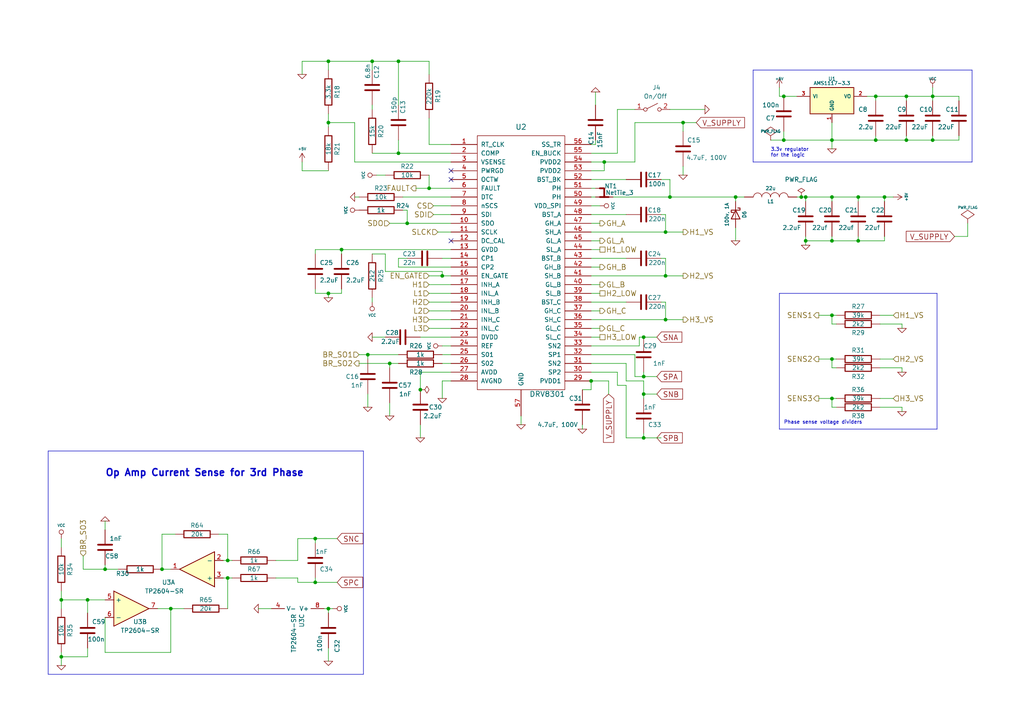
<source format=kicad_sch>
(kicad_sch (version 20230121) (generator eeschema)
  (paper "A4")
  (title_block (title "Cheap FOCer 2") (date "2020-04-08") (rev "0.9") (company "Shaman Systems") (comment 1 "Root") (comment 4 "Top level"))
  (junction (at 233.68 69.85))
  (junction (at 91.44 168.91))
  (junction (at 30.48 165.1))
  (junction (at 17.78 190.5))
  (junction (at 194.31 57.15))
  (junction (at 241.3 40.64))
  (junction (at 95.25 176.53))
  (junction (at 175.26 46.99))
  (junction (at 233.68 57.15))
  (junction (at 66.04 162.56))
  (junction (at 91.44 156.21))
  (junction (at 124.46 54.61))
  (junction (at 186.69 127))
  (junction (at 227.33 27.94))
  (junction (at 198.12 35.56))
  (junction (at 115.57 44.45))
  (junction (at 241.3 57.15))
  (junction (at 128.27 80.01))
  (junction (at 17.78 173.99))
  (junction (at 95.25 17.78))
  (junction (at 99.06 72.39))
  (junction (at 270.51 27.94))
  (junction (at 241.3 69.85))
  (junction (at 46.99 165.1))
  (junction (at 193.04 92.71))
  (junction (at 66.04 167.64))
  (junction (at 262.89 40.64))
  (junction (at 186.69 97.79))
  (junction (at 227.33 40.64))
  (junction (at 193.04 80.01))
  (junction (at 213.36 57.15))
  (junction (at 49.53 176.53))
  (junction (at 232.41 57.15))
  (junction (at 241.3 91.44))
  (junction (at 25.4 173.99))
  (junction (at 113.03 105.41))
  (junction (at 241.3 104.14))
  (junction (at 118.11 64.77))
  (junction (at 95.25 35.56))
  (junction (at 121.92 113.03))
  (junction (at 106.68 102.87))
  (junction (at 107.95 17.78))
  (junction (at 186.69 114.3))
  (junction (at 193.04 67.31))
  (junction (at 248.92 69.85))
  (junction (at 95.25 85.09))
  (junction (at 270.51 40.64))
  (junction (at 254 27.94))
  (junction (at 171.45 110.49))
  (junction (at 248.92 57.15))
  (junction (at 262.89 27.94))
  (junction (at 115.57 17.78))
  (junction (at 186.69 109.22))
  (junction (at 254 40.64))
  (junction (at 241.3 115.57))
  (junction (at 256.54 57.15))
  (no_connect (at 130.81 52.07))
  (no_connect (at 130.81 49.53))
  (no_connect (at 130.81 69.85))
  (wire (pts (xy 181.61 62.23) (xy 171.45 62.23)))
  (wire (pts (xy 193.04 62.23) (xy 191.77 62.23)))
  (wire (pts (xy 186.69 97.79) (xy 190.5 97.79)))
  (wire (pts (xy 171.45 41.91) (xy 172.72 41.91)))
  (wire (pts (xy 49.53 189.23) (xy 49.53 176.53)))
  (wire (pts (xy 95.25 176.53) (xy 93.98 176.53)))
  (wire (pts (xy 226.06 27.94) (xy 226.06 25.4)))
  (wire (pts (xy 248.92 58.42) (xy 248.92 57.15)))
  (wire (pts (xy 233.68 69.85) (xy 241.3 69.85)))
  (wire (pts (xy 171.45 110.49) (xy 176.53 110.49)))
  (wire (pts (xy 261.62 93.98) (xy 261.62 95.25)))
  (wire (pts (xy 254 40.64) (xy 262.89 40.64)))
  (wire (pts (xy 25.4 173.99) (xy 30.48 173.99)))
  (wire (pts (xy 74.93 176.53) (xy 78.74 176.53)))
  (wire (pts (xy 270.51 27.94) (xy 278.13 27.94)))
  (wire (pts (xy 102.87 46.99) (xy 102.87 35.56)))
  (wire (pts (xy 128.27 74.93) (xy 130.81 74.93)))
  (wire (pts (xy 30.48 163.83) (xy 30.48 165.1)))
  (wire (pts (xy 186.69 127) (xy 191.77 127)))
  (wire (pts (xy 256.54 58.42) (xy 256.54 57.15)))
  (wire (pts (xy 280.67 68.58) (xy 276.86 68.58)))
  (wire (pts (xy 251.46 27.94) (xy 254 27.94)))
  (wire (pts (xy 186.69 109.22) (xy 190.5 109.22)))
  (wire (pts (xy 86.36 168.91) (xy 86.36 167.64)))
  (wire (pts (xy 193.04 87.63) (xy 193.04 92.71)))
  (wire (pts (xy 104.14 57.15) (xy 102.87 57.15)))
  (wire (pts (xy 171.45 46.99) (xy 175.26 46.99)))
  (wire (pts (xy 124.46 21.59) (xy 124.46 17.78)))
  (wire (pts (xy 25.4 187.96) (xy 25.4 190.5)))
  (wire (pts (xy 172.72 54.61) (xy 171.45 54.61)))
  (wire (pts (xy 116.84 60.96) (xy 118.11 60.96)))
  (wire (pts (xy 179.07 111.76) (xy 179.07 107.95)))
  (wire (pts (xy 87.63 17.78) (xy 87.63 21.59)))
  (wire (pts (xy 194.31 57.15) (xy 213.36 57.15)))
  (polyline (pts (xy 271.78 85.09) (xy 226.06 85.09)))
  (wire (pts (xy 171.45 113.03) (xy 168.91 113.03)))
  (wire (pts (xy 128.27 110.49) (xy 130.81 110.49)))
  (wire (pts (xy 63.5 154.94) (xy 66.04 154.94)))
  (polyline (pts (xy 226.06 124.46) (xy 271.78 124.46)))
  (wire (pts (xy 241.3 91.44) (xy 242.57 91.44)))
  (wire (pts (xy 278.13 40.64) (xy 270.51 40.64)))
  (wire (pts (xy 173.99 90.17) (xy 171.45 90.17)))
  (wire (pts (xy 193.04 80.01) (xy 198.12 80.01)))
  (wire (pts (xy 241.3 58.42) (xy 241.3 57.15)))
  (wire (pts (xy 66.04 167.64) (xy 67.31 167.64)))
  (wire (pts (xy 241.3 35.56) (xy 241.3 40.64)))
  (polyline (pts (xy 281.94 20.32) (xy 218.44 20.32)))
  (wire (pts (xy 255.27 104.14) (xy 259.08 104.14)))
  (wire (pts (xy 185.42 97.79) (xy 185.42 100.33)))
  (wire (pts (xy 171.45 100.33) (xy 185.42 100.33)))
  (wire (pts (xy 179.07 31.75) (xy 184.15 31.75)))
  (wire (pts (xy 186.69 125.73) (xy 186.69 127)))
  (wire (pts (xy 124.46 54.61) (xy 120.65 54.61)))
  (wire (pts (xy 193.04 92.71) (xy 198.12 92.71)))
  (wire (pts (xy 261.62 106.68) (xy 261.62 107.95)))
  (wire (pts (xy 95.25 20.32) (xy 95.25 17.78)))
  (wire (pts (xy 262.89 40.64) (xy 270.51 40.64)))
  (wire (pts (xy 255.27 91.44) (xy 259.08 91.44)))
  (wire (pts (xy 115.57 40.64) (xy 115.57 44.45)))
  (wire (pts (xy 91.44 85.09) (xy 91.44 83.82)))
  (wire (pts (xy 95.25 85.09) (xy 95.25 86.36)))
  (wire (pts (xy 213.36 57.15) (xy 215.9 57.15)))
  (wire (pts (xy 241.3 40.64) (xy 241.3 43.18)))
  (wire (pts (xy 241.3 106.68) (xy 242.57 106.68)))
  (wire (pts (xy 95.25 85.09) (xy 91.44 85.09)))
  (wire (pts (xy 86.36 156.21) (xy 91.44 156.21)))
  (wire (pts (xy 248.92 57.15) (xy 256.54 57.15)))
  (polyline (pts (xy 281.94 46.99) (xy 281.94 20.32)))
  (wire (pts (xy 241.3 40.64) (xy 254 40.64)))
  (wire (pts (xy 255.27 106.68) (xy 261.62 106.68)))
  (wire (pts (xy 124.46 87.63) (xy 130.81 87.63)))
  (wire (pts (xy 186.69 114.3) (xy 190.5 114.3)))
  (wire (pts (xy 241.3 57.15) (xy 248.92 57.15)))
  (wire (pts (xy 176.53 110.49) (xy 176.53 114.3)))
  (wire (pts (xy 128.27 110.49) (xy 128.27 115.57)))
  (wire (pts (xy 171.45 102.87) (xy 184.15 102.87)))
  (wire (pts (xy 49.53 165.1) (xy 46.99 165.1)))
  (wire (pts (xy 106.68 102.87) (xy 115.57 102.87)))
  (wire (pts (xy 171.45 52.07) (xy 181.61 52.07)))
  (wire (pts (xy 172.72 26.67) (xy 172.72 30.48)))
  (wire (pts (xy 109.22 50.8) (xy 111.76 50.8)))
  (wire (pts (xy 95.25 191.77) (xy 95.25 187.96)))
  (wire (pts (xy 124.46 82.55) (xy 130.81 82.55)))
  (wire (pts (xy 255.27 118.11) (xy 261.62 118.11)))
  (wire (pts (xy 168.91 123.19) (xy 168.91 124.46)))
  (wire (pts (xy 280.67 64.77) (xy 280.67 68.58)))
  (wire (pts (xy 198.12 48.26) (xy 198.12 50.8)))
  (wire (pts (xy 232.41 57.15) (xy 233.68 57.15)))
  (wire (pts (xy 115.57 30.48) (xy 115.57 17.78)))
  (wire (pts (xy 184.15 35.56) (xy 198.12 35.56)))
  (wire (pts (xy 278.13 39.37) (xy 278.13 40.64)))
  (wire (pts (xy 241.3 104.14) (xy 242.57 104.14)))
  (wire (pts (xy 179.07 44.45) (xy 171.45 44.45)))
  (wire (pts (xy 130.81 85.09) (xy 124.46 85.09)))
  (wire (pts (xy 17.78 173.99) (xy 17.78 176.53)))
  (polyline (pts (xy 271.78 124.46) (xy 271.78 85.09)))
  (wire (pts (xy 227.33 27.94) (xy 231.14 27.94)))
  (wire (pts (xy 173.99 95.25) (xy 171.45 95.25)))
  (polyline (pts (xy 105.41 130.81) (xy 105.41 195.58)))
  (wire (pts (xy 186.69 110.49) (xy 186.69 114.3)))
  (wire (pts (xy 270.51 27.94) (xy 270.51 29.21)))
  (wire (pts (xy 17.78 173.99) (xy 25.4 173.99)))
  (wire (pts (xy 151.13 120.65) (xy 151.13 123.19)))
  (wire (pts (xy 171.45 72.39) (xy 173.99 72.39)))
  (wire (pts (xy 181.61 111.76) (xy 179.07 111.76)))
  (wire (pts (xy 118.11 74.93) (xy 115.57 74.93)))
  (wire (pts (xy 181.61 105.41) (xy 181.61 110.49)))
  (wire (pts (xy 172.72 41.91) (xy 172.72 40.64)))
  (wire (pts (xy 111.76 97.79) (xy 107.95 97.79)))
  (wire (pts (xy 24.13 165.1) (xy 30.48 165.1)))
  (wire (pts (xy 193.04 62.23) (xy 193.04 67.31)))
  (wire (pts (xy 171.45 87.63) (xy 181.61 87.63)))
  (wire (pts (xy 30.48 189.23) (xy 49.53 189.23)))
  (wire (pts (xy 181.61 110.49) (xy 186.69 110.49)))
  (wire (pts (xy 124.46 17.78) (xy 115.57 17.78)))
  (wire (pts (xy 113.03 105.41) (xy 115.57 105.41)))
  (wire (pts (xy 91.44 157.48) (xy 91.44 156.21)))
  (wire (pts (xy 124.46 92.71) (xy 130.81 92.71)))
  (wire (pts (xy 130.81 46.99) (xy 102.87 46.99)))
  (wire (pts (xy 104.14 105.41) (xy 113.03 105.41)))
  (wire (pts (xy 261.62 118.11) (xy 261.62 119.38)))
  (wire (pts (xy 121.92 127) (xy 121.92 123.19)))
  (wire (pts (xy 30.48 151.13) (xy 30.48 153.67)))
  (polyline (pts (xy 218.44 20.32) (xy 218.44 46.99)))
  (wire (pts (xy 118.11 64.77) (xy 113.03 64.77)))
  (wire (pts (xy 256.54 69.85) (xy 248.92 69.85)))
  (wire (pts (xy 130.81 90.17) (xy 124.46 90.17)))
  (wire (pts (xy 241.3 118.11) (xy 241.3 115.57)))
  (wire (pts (xy 107.95 73.66) (xy 111.76 73.66)))
  (wire (pts (xy 49.53 176.53) (xy 45.72 176.53)))
  (wire (pts (xy 179.07 31.75) (xy 179.07 44.45)))
  (wire (pts (xy 237.49 104.14) (xy 241.3 104.14)))
  (wire (pts (xy 171.45 57.15) (xy 172.72 57.15)))
  (wire (pts (xy 194.31 52.07) (xy 194.31 57.15)))
  (wire (pts (xy 121.92 97.79) (xy 130.81 97.79)))
  (wire (pts (xy 30.48 179.07) (xy 30.48 189.23)))
  (wire (pts (xy 254 27.94) (xy 254 29.21)))
  (polyline (pts (xy 218.44 46.99) (xy 281.94 46.99)))
  (wire (pts (xy 198.12 35.56) (xy 201.93 35.56)))
  (wire (pts (xy 241.3 115.57) (xy 242.57 115.57)))
  (wire (pts (xy 177.8 57.15) (xy 194.31 57.15)))
  (wire (pts (xy 173.99 77.47) (xy 171.45 77.47)))
  (wire (pts (xy 91.44 73.66) (xy 91.44 72.39)))
  (polyline (pts (xy 13.97 195.58) (xy 13.97 130.81)))
  (wire (pts (xy 25.4 177.8) (xy 25.4 173.99)))
  (wire (pts (xy 125.73 59.69) (xy 130.81 59.69)))
  (wire (pts (xy 270.51 40.64) (xy 270.51 39.37)))
  (wire (pts (xy 255.27 115.57) (xy 259.08 115.57)))
  (wire (pts (xy 91.44 156.21) (xy 97.79 156.21)))
  (wire (pts (xy 17.78 171.45) (xy 17.78 173.99)))
  (wire (pts (xy 124.46 95.25) (xy 130.81 95.25)))
  (wire (pts (xy 242.57 118.11) (xy 241.3 118.11)))
  (wire (pts (xy 99.06 73.66) (xy 99.06 72.39)))
  (wire (pts (xy 95.25 33.02) (xy 95.25 35.56)))
  (wire (pts (xy 95.25 17.78) (xy 87.63 17.78)))
  (wire (pts (xy 231.14 57.15) (xy 232.41 57.15)))
  (wire (pts (xy 107.95 31.75) (xy 107.95 30.48)))
  (wire (pts (xy 125.73 62.23) (xy 130.81 62.23)))
  (wire (pts (xy 121.92 107.95) (xy 130.81 107.95)))
  (wire (pts (xy 128.27 102.87) (xy 130.81 102.87)))
  (wire (pts (xy 193.04 67.31) (xy 198.12 67.31)))
  (wire (pts (xy 186.69 109.22) (xy 184.15 109.22)))
  (wire (pts (xy 87.63 49.53) (xy 87.63 46.99)))
  (wire (pts (xy 171.45 107.95) (xy 179.07 107.95)))
  (wire (pts (xy 91.44 168.91) (xy 97.79 168.91)))
  (wire (pts (xy 173.99 59.69) (xy 171.45 59.69)))
  (wire (pts (xy 24.13 161.29) (xy 24.13 165.1)))
  (wire (pts (xy 227.33 40.64) (xy 241.3 40.64)))
  (wire (pts (xy 256.54 57.15) (xy 259.08 57.15)))
  (wire (pts (xy 50.8 154.94) (xy 46.99 154.94)))
  (wire (pts (xy 173.99 69.85) (xy 171.45 69.85)))
  (wire (pts (xy 181.61 127) (xy 181.61 111.76)))
  (wire (pts (xy 124.46 41.91) (xy 130.81 41.91)))
  (wire (pts (xy 184.15 46.99) (xy 175.26 46.99)))
  (wire (pts (xy 107.95 44.45) (xy 115.57 44.45)))
  (wire (pts (xy 184.15 35.56) (xy 184.15 46.99)))
  (wire (pts (xy 185.42 97.79) (xy 186.69 97.79)))
  (wire (pts (xy 124.46 41.91) (xy 124.46 34.29)))
  (wire (pts (xy 128.27 78.74) (xy 128.27 80.01)))
  (wire (pts (xy 193.04 74.93) (xy 191.77 74.93)))
  (wire (pts (xy 25.4 190.5) (xy 17.78 190.5)))
  (wire (pts (xy 241.3 93.98) (xy 241.3 91.44)))
  (wire (pts (xy 194.31 31.75) (xy 204.47 31.75)))
  (wire (pts (xy 46.99 154.94) (xy 46.99 165.1)))
  (wire (pts (xy 270.51 25.4) (xy 270.51 27.94)))
  (wire (pts (xy 99.06 85.09) (xy 95.25 85.09)))
  (wire (pts (xy 96.52 176.53) (xy 95.25 176.53)))
  (wire (pts (xy 30.48 165.1) (xy 34.29 165.1)))
  (wire (pts (xy 171.45 80.01) (xy 193.04 80.01)))
  (wire (pts (xy 111.76 73.66) (xy 111.76 78.74)))
  (wire (pts (xy 128.27 100.33) (xy 130.81 100.33)))
  (wire (pts (xy 128.27 80.01) (xy 130.81 80.01)))
  (wire (pts (xy 127 67.31) (xy 130.81 67.31)))
  (wire (pts (xy 237.49 115.57) (xy 241.3 115.57)))
  (wire (pts (xy 171.45 67.31) (xy 193.04 67.31)))
  (wire (pts (xy 255.27 93.98) (xy 261.62 93.98)))
  (wire (pts (xy 186.69 107.95) (xy 186.69 109.22)))
  (wire (pts (xy 193.04 74.93) (xy 193.04 80.01)))
  (wire (pts (xy 262.89 39.37) (xy 262.89 40.64)))
  (wire (pts (xy 130.81 64.77) (xy 118.11 64.77)))
  (wire (pts (xy 171.45 113.03) (xy 171.45 110.49)))
  (wire (pts (xy 233.68 69.85) (xy 233.68 68.58)))
  (wire (pts (xy 254 40.64) (xy 254 39.37)))
  (wire (pts (xy 106.68 118.11) (xy 106.68 114.3)))
  (wire (pts (xy 80.01 167.64) (xy 86.36 167.64)))
  (wire (pts (xy 66.04 162.56) (xy 64.77 162.56)))
  (wire (pts (xy 99.06 72.39) (xy 130.81 72.39)))
  (wire (pts (xy 106.68 104.14) (xy 106.68 102.87)))
  (wire (pts (xy 181.61 74.93) (xy 171.45 74.93)))
  (wire (pts (xy 113.03 106.68) (xy 113.03 105.41)))
  (wire (pts (xy 53.34 176.53) (xy 49.53 176.53)))
  (wire (pts (xy 115.57 77.47) (xy 130.81 77.47)))
  (wire (pts (xy 213.36 66.04) (xy 213.36 69.85)))
  (wire (pts (xy 233.68 57.15) (xy 233.68 58.42)))
  (wire (pts (xy 17.78 193.04) (xy 17.78 190.5)))
  (wire (pts (xy 227.33 38.1) (xy 227.33 40.64)))
  (wire (pts (xy 124.46 50.8) (xy 124.46 54.61)))
  (wire (pts (xy 116.84 57.15) (xy 130.81 57.15)))
  (wire (pts (xy 233.68 71.12) (xy 233.68 69.85)))
  (wire (pts (xy 104.14 102.87) (xy 106.68 102.87)))
  (wire (pts (xy 186.69 127) (xy 181.61 127)))
  (wire (pts (xy 66.04 154.94) (xy 66.04 162.56)))
  (wire (pts (xy 107.95 20.32) (xy 107.95 17.78)))
  (wire (pts (xy 128.27 105.41) (xy 130.81 105.41)))
  (wire (pts (xy 99.06 83.82) (xy 99.06 85.09)))
  (wire (pts (xy 262.89 27.94) (xy 262.89 29.21)))
  (wire (pts (xy 173.99 82.55) (xy 171.45 82.55)))
  (wire (pts (xy 17.78 190.5) (xy 17.78 189.23)))
  (wire (pts (xy 86.36 156.21) (xy 86.36 162.56)))
  (wire (pts (xy 91.44 167.64) (xy 91.44 168.91)))
  (polyline (pts (xy 13.97 130.81) (xy 105.41 130.81)))
  (wire (pts (xy 256.54 68.58) (xy 256.54 69.85)))
  (wire (pts (xy 95.25 177.8) (xy 95.25 176.53)))
  (wire (pts (xy 115.57 44.45) (xy 130.81 44.45)))
  (wire (pts (xy 121.92 107.95) (xy 121.92 113.03)))
  (wire (pts (xy 186.69 115.57) (xy 186.69 114.3)))
  (wire (pts (xy 107.95 17.78) (xy 95.25 17.78)))
  (wire (pts (xy 213.36 58.42) (xy 213.36 57.15)))
  (wire (pts (xy 242.57 93.98) (xy 241.3 93.98)))
  (wire (pts (xy 102.87 35.56) (xy 95.25 35.56)))
  (wire (pts (xy 262.89 27.94) (xy 270.51 27.94)))
  (wire (pts (xy 115.57 17.78) (xy 107.95 17.78)))
  (wire (pts (xy 226.06 27.94) (xy 227.33 27.94)))
  (wire (pts (xy 111.76 78.74) (xy 128.27 78.74)))
  (wire (pts (xy 241.3 68.58) (xy 241.3 69.85)))
  (wire (pts (xy 17.78 156.21) (xy 17.78 158.75)))
  (wire (pts (xy 118.11 60.96) (xy 118.11 64.77)))
  (polyline (pts (xy 13.97 195.58) (xy 105.41 195.58)))
  (wire (pts (xy 184.15 102.87) (xy 184.15 109.22)))
  (wire (pts (xy 64.77 167.64) (xy 66.04 167.64)))
  (wire (pts (xy 193.04 87.63) (xy 191.77 87.63)))
  (wire (pts (xy 175.26 49.53) (xy 171.45 49.53)))
  (wire (pts (xy 278.13 27.94) (xy 278.13 29.21)))
  (wire (pts (xy 175.26 46.99) (xy 175.26 49.53)))
  (wire (pts (xy 95.25 49.53) (xy 87.63 49.53)))
  (wire (pts (xy 91.44 168.91) (xy 86.36 168.91)))
  (wire (pts (xy 171.45 97.79) (xy 173.99 97.79)))
  (wire (pts (xy 171.45 92.71) (xy 193.04 92.71)))
  (wire (pts (xy 80.01 162.56) (xy 86.36 162.56)))
  (wire (pts (xy 91.44 72.39) (xy 99.06 72.39)))
  (wire (pts (xy 124.46 80.01) (xy 128.27 80.01)))
  (wire (pts (xy 254 27.94) (xy 262.89 27.94)))
  (wire (pts (xy 241.3 104.14) (xy 241.3 106.68)))
  (wire (pts (xy 107.95 87.63) (xy 107.95 86.36)))
  (wire (pts (xy 113.03 120.65) (xy 113.03 116.84)))
  (wire (pts (xy 198.12 38.1) (xy 198.12 35.56)))
  (wire (pts (xy 173.99 64.77) (xy 171.45 64.77)))
  (wire (pts (xy 191.77 52.07) (xy 194.31 52.07)))
  (wire (pts (xy 95.25 35.56) (xy 95.25 36.83)))
  (wire (pts (xy 66.04 176.53) (xy 66.04 167.64)))
  (wire (pts (xy 173.99 85.09) (xy 171.45 85.09)))
  (wire (pts (xy 248.92 69.85) (xy 248.92 68.58)))
  (wire (pts (xy 171.45 105.41) (xy 181.61 105.41)))
  (wire (pts (xy 124.46 54.61) (xy 130.81 54.61)))
  (wire (pts (xy 223.52 40.64) (xy 227.33 40.64)))
  (wire (pts (xy 115.57 74.93) (xy 115.57 77.47)))
  (wire (pts (xy 233.68 57.15) (xy 241.3 57.15)))
  (polyline (pts (xy 226.06 85.09) (xy 226.06 124.46)))
  (wire (pts (xy 237.49 91.44) (xy 241.3 91.44)))
  (wire (pts (xy 67.31 162.56) (xy 66.04 162.56)))
  (wire (pts (xy 241.3 69.85) (xy 248.92 69.85)))
  (text "Phase sense voltage dividers" (at 227.33 123.19 0) (effects (font (size 1.016 1.016)) (justify left bottom)))
  (text "3.3v regulator\nfor the logic" (at 223.52 45.72 0) (effects (font (size 1.016 1.016)) (justify left bottom)))
  (text "Op Amp Current Sense for 3rd Phase" (at 30.48 138.43 0) (effects (font (size 2.0066 2.0066) (thickness 0.4013) bold) (justify left bottom)))
  (global_label "V_SUPPLY" (shape input) (at 176.53 114.3 270) (effects (font (size 1.524 1.524))) (property "Intersheetrefs" "${INTERSHEET_REFS}" (effects hide)))
  (global_label "SPC" (shape input) (at 97.79 168.91 0) (effects (font (size 1.524 1.524))) (property "Intersheetrefs" "${INTERSHEET_REFS}" (effects hide)))
  (global_label "V_SUPPLY" (shape input) (at 201.93 35.56 0) (effects (font (size 1.524 1.524))) (property "Intersheetrefs" "${INTERSHEET_REFS}" (effects hide)))
  (global_label "SPB" (shape input) (at 190.5 127 0) (effects (font (size 1.524 1.524))) (property "Intersheetrefs" "${INTERSHEET_REFS}" (effects hide)))
  (global_label "SPA" (shape input) (at 190.5 109.22 0) (effects (font (size 1.524 1.524))) (property "Intersheetrefs" "${INTERSHEET_REFS}" (effects hide)))
  (global_label "SNC" (shape input) (at 97.79 156.21 0) (effects (font (size 1.524 1.524))) (property "Intersheetrefs" "${INTERSHEET_REFS}" (effects hide)))
  (global_label "V_SUPPLY" (shape input) (at 276.86 68.58 180) (effects (font (size 1.524 1.524))) (property "Intersheetrefs" "${INTERSHEET_REFS}" (effects hide)))
  (global_label "SNB" (shape input) (at 190.5 114.3 0) (effects (font (size 1.524 1.524))) (property "Intersheetrefs" "${INTERSHEET_REFS}" (effects hide)))
  (global_label "SNA" (shape input) (at 190.5 97.79 0) (effects (font (size 1.524 1.524))) (property "Intersheetrefs" "${INTERSHEET_REFS}" (effects hide)))
  (hierarchical_label "SENS3" (shape output) (at 237.49 115.57 180) (effects (font (size 1.524 1.524))))
  (hierarchical_label "L1" (shape input) (at 124.46 85.09 180) (effects (font (size 1.524 1.524))))
  (hierarchical_label "H1_VS" (shape output) (at 198.12 67.31 0) (effects (font (size 1.524 1.524))))
  (hierarchical_label "H2_VS" (shape input) (at 259.08 104.14 0) (effects (font (size 1.524 1.524))))
  (hierarchical_label "BR_SO1" (shape input) (at 104.14 102.87 180) (effects (font (size 1.524 1.524))))
  (hierarchical_label "H1_LOW" (shape passive) (at 173.99 72.39 0) (effects (font (size 1.524 1.524))))
  (hierarchical_label "BR_SO2" (shape output) (at 104.14 105.41 180) (effects (font (size 1.524 1.524))))
  (hierarchical_label "H1" (shape input) (at 124.46 82.55 180) (effects (font (size 1.524 1.524))))
  (hierarchical_label "GL_C" (shape output) (at 173.99 95.25 0) (effects (font (size 1.524 1.524))))
  (hierarchical_label "L3" (shape input) (at 124.46 95.25 180) (effects (font (size 1.524 1.524))))
  (hierarchical_label "H2_VS" (shape output) (at 198.12 80.01 0) (effects (font (size 1.524 1.524))))
  (hierarchical_label "SDI" (shape input) (at 125.73 62.23 180) (effects (font (size 1.524 1.524))))
  (hierarchical_label "FAULT" (shape output) (at 120.65 54.61 180) (effects (font (size 1.524 1.524))))
  (hierarchical_label "L2" (shape input) (at 124.46 90.17 180) (effects (font (size 1.524 1.524))))
  (hierarchical_label "EN_GATE" (shape input) (at 124.46 80.01 180) (effects (font (size 1.524 1.524))))
  (hierarchical_label "GH_C" (shape output) (at 173.99 90.17 0) (effects (font (size 1.524 1.524))))
  (hierarchical_label "GH_A" (shape output) (at 173.99 64.77 0) (effects (font (size 1.524 1.524))))
  (hierarchical_label "H2_LOW" (shape passive) (at 173.99 85.09 0) (effects (font (size 1.524 1.524))))
  (hierarchical_label "H3_VS" (shape output) (at 198.12 92.71 0) (effects (font (size 1.524 1.524))))
  (hierarchical_label "GH_B" (shape output) (at 173.99 77.47 0) (effects (font (size 1.524 1.524))))
  (hierarchical_label "H1_VS" (shape input) (at 259.08 91.44 0) (effects (font (size 1.524 1.524))))
  (hierarchical_label "H3" (shape input) (at 124.46 92.71 180) (effects (font (size 1.524 1.524))))
  (hierarchical_label "H3_VS" (shape input) (at 259.08 115.57 0) (effects (font (size 1.524 1.524))))
  (hierarchical_label "GL_B" (shape output) (at 173.99 82.55 0) (effects (font (size 1.524 1.524))))
  (hierarchical_label "SLCK" (shape input) (at 127 67.31 180) (effects (font (size 1.524 1.524))))
  (hierarchical_label "GL_A" (shape output) (at 173.99 69.85 0) (effects (font (size 1.524 1.524))))
  (hierarchical_label "SENS2" (shape output) (at 237.49 104.14 180) (effects (font (size 1.524 1.524))))
  (hierarchical_label "BR_SO3" (shape input) (at 24.13 161.29 90) (effects (font (size 1.524 1.524))))
  (hierarchical_label "H3_LOW" (shape passive) (at 173.99 97.79 0) (effects (font (size 1.524 1.524))))
  (hierarchical_label "SENS1" (shape output) (at 237.49 91.44 180) (effects (font (size 1.524 1.524))))
  (hierarchical_label "SDO" (shape input) (at 113.03 64.77 180) (effects (font (size 1.524 1.524))))
  (hierarchical_label "H2" (shape input) (at 124.46 87.63 180) (effects (font (size 1.524 1.524))))
  (hierarchical_label "CS" (shape input) (at 125.73 59.69 180) (effects (font (size 1.524 1.524))))
  (symbol (lib_id "BLDC_4-rescue:R-RESCUE-BLDC_4") (at 248.92 91.44 270) (unit 1)
    (property "Reference" "R27" (at 248.92 88.9 90))
    (property "Value" "39k" (at 248.92 91.44 90))
    (property "Footprint" "Resistor_SMD:R_0603_1608Metric" (effects hide))
  )
  (symbol (lib_id "BLDC_4-rescue:R-RESCUE-BLDC_4") (at 248.92 93.98 270) (unit 1)
    (property "Reference" "R29" (at 248.92 96.52 90))
    (property "Value" "2k2" (at 248.92 93.98 90))
    (property "Footprint" "Resistor_SMD:R_0603_1608Metric" (effects hide))
  )
  (symbol (lib_id "BLDC_4-rescue:GND-RESCUE-BLDC_4") (at 261.62 95.25 0) (unit 1)
    (property "Reference" "#PWR044" (effects hide))
    (property "Value" "GND" (effects hide))
  )
  (symbol (lib_id "BLDC_4-rescue:GND-RESCUE-BLDC_4") (at 261.62 107.95 0) (unit 1)
    (property "Reference" "#PWR048" (effects hide))
    (property "Value" "GND" (effects hide))
  )
  (symbol (lib_id "BLDC_4-rescue:R-RESCUE-BLDC_4") (at 248.92 106.68 270) (unit 1)
    (property "Reference" "R32" (at 248.92 109.22 90))
    (property "Value" "2k2" (at 248.92 106.68 90))
    (property "Footprint" "Resistor_SMD:R_0603_1608Metric" (effects hide))
  )
  (symbol (lib_id "BLDC_4-rescue:R-RESCUE-BLDC_4") (at 248.92 118.11 270) (unit 1)
    (property "Reference" "R38" (at 248.92 120.65 90))
    (property "Value" "2k2" (at 248.92 118.11 90))
    (property "Footprint" "Resistor_SMD:R_0603_1608Metric" (effects hide))
  )
  (symbol (lib_id "BLDC_4-rescue:GND-RESCUE-BLDC_4") (at 261.62 119.38 0) (unit 1)
    (property "Reference" "#PWR052" (effects hide))
    (property "Value" "GND" (effects hide))
  )
  (symbol (lib_id "BLDC_4-rescue:DRV8301") (at 151.13 85.09 0) (unit 1)
    (property "Reference" "U2" (at 151.13 36.83 0) (effects (font (size 1.524 1.524))))
    (property "Value" "DRV8301" (at 158.75 114.3 0) (effects (font (size 1.524 1.524))))
    (property "Footprint" "Package_SO:HTSSOP-56-1EP_6.1x14mm_P0.5mm_EP3.61x6.35mm" (effects hide))
    (property "Datasheet" "http://www.ti.com/lit/ds/symlink/drv8353r.pdf" (effects hide))
    (instances (project "Cheap FOCer 2 60mm" (path "" (reference "U2") (unit 1)) (path "" (reference "U?") (unit 1))))
  )
  (symbol (lib_id "Cheap FOCer 2 60mm-rescue:INDUCTOR") (at 223.52 57.15 90) (unit 1)
    (property "Reference" "L1" (at 223.52 58.42 90) (effects (font (size 1.016 1.016))))
    (property "Value" "22u" (at 223.52 54.61 90) (effects (font (size 1.016 1.016))))
    (property "Footprint" "Inductor_SMD:L_Taiyo-Yuden_NR-60xx_HandSoldering" (effects hide))
  )
  (symbol (lib_id "BLDC_4-rescue:C-RESCUE-BLDC_4") (at 254 34.29 0) (unit 1)
    (property "Reference" "C8" (at 248.92 31.75 0) (effects (justify left)))
    (property "Value" "2.2u" (at 248.92 36.83 0) (effects (justify left)))
    (property "Footprint" "Capacitor_SMD:C_0603_1608Metric" (effects hide))
  )
  (symbol (lib_id "BLDC_4-rescue:GND-RESCUE-BLDC_4") (at 241.3 43.18 0) (unit 1)
    (property "Reference" "#PWR027" (effects hide))
    (property "Value" "GND" (effects hide))
  )
  (symbol (lib_id "BLDC_4-rescue:VCC") (at 270.51 25.4 0) (unit 1)
    (property "Reference" "#PWR026" (effects hide))
    (property "Value" "VCC" (at 270.51 22.86 0) (effects (font (size 0.762 0.762))))
  )
  (symbol (lib_id "BLDC_4-rescue:PWR_FLAG") (at 223.52 40.64 0) (unit 1)
    (property "Reference" "#FLG01" (effects hide))
    (property "Value" "PWR_FLAG" (at 223.52 38.1 0) (effects (font (size 0.762 0.762))))
  )
  (symbol (lib_id "BLDC_4-rescue:PWR_FLAG") (at 280.67 64.77 0) (unit 1)
    (property "Reference" "#FLG02" (effects hide))
    (property "Value" "PWR_FLAG" (at 280.67 60.198 0) (effects (font (size 0.762 0.762))))
  )
  (symbol (lib_id "BLDC_4-rescue:NCP1117ST33T3G") (at 241.3 29.21 0) (unit 1)
    (property "Reference" "U1" (at 241.3 22.86 0) (effects (font (size 1.016 1.016))))
    (property "Value" "AMS1117-3.3" (at 241.3 24.13 0) (effects (font (size 1.016 1.016))))
    (property "Footprint" "Package_TO_SOT_SMD:SOT-223-3_TabPin2" (effects hide))
  )
  (symbol (lib_id "BLDC_4-rescue:GND-RESCUE-BLDC_4") (at 87.63 21.59 0) (unit 1)
    (property "Reference" "#PWR028" (effects hide))
    (property "Value" "GND" (effects hide))
  )
  (symbol (lib_id "BLDC_4-rescue:C-RESCUE-BLDC_4") (at 115.57 35.56 0) (unit 1)
    (property "Reference" "C13" (at 116.84 33.02 90) (effects (justify left)))
    (property "Value" "150p" (at 114.3 33.02 90) (effects (justify left)))
    (property "Footprint" "Capacitor_SMD:C_0603_1608Metric" (effects hide))
  )
  (symbol (lib_id "BLDC_4-rescue:C-RESCUE-BLDC_4") (at 168.91 118.11 180) (unit 1)
    (property "Reference" "C31" (at 168.91 115.57 0) (effects (justify left)))
    (property "Value" "4.7uF, 100V" (at 167.64 123.19 0) (effects (justify left)))
    (property "Footprint" "Capacitor_SMD:C_1210_3225Metric" (effects hide))
  )
  (symbol (lib_id "BLDC_4-rescue:GND-RESCUE-BLDC_4") (at 151.13 123.19 0) (unit 1)
    (property "Reference" "#PWR047" (effects hide))
    (property "Value" "GND" (effects hide))
  )
  (symbol (lib_id "BLDC_4-rescue:GND-RESCUE-BLDC_4") (at 168.91 124.46 0) (unit 1)
    (property "Reference" "#PWR049" (effects hide))
    (property "Value" "GND" (effects hide))
  )
  (symbol (lib_id "BLDC_4-rescue:GND-RESCUE-BLDC_4") (at 198.12 50.8 0) (unit 1)
    (property "Reference" "#PWR033" (effects hide))
    (property "Value" "GND" (effects hide))
  )
  (symbol (lib_id "Device:D_Schottky") (at 213.36 62.23 270) (unit 1)
    (property "Reference" "D6" (at 215.9 62.23 0) (effects (font (size 1.016 1.016))))
    (property "Value" "100v, 1A" (at 210.82 62.23 0) (effects (font (size 1.016 1.016))))
    (property "Footprint" "Diode_SMD:D_SMA" (effects hide))
  )
  (symbol (lib_id "power:+5V") (at 226.06 25.4 0) (unit 1)
    (property "Reference" "#PWR025" (effects hide))
    (property "Value" "+5V" (at 226.06 22.86 0) (effects (font (size 0.762 0.762))))
  )
  (symbol (lib_id "BLDC_4-rescue:C-RESCUE-BLDC_4") (at 123.19 74.93 90) (unit 1)
    (property "Reference" "C23" (at 120.65 73.66 90) (effects (justify left)))
    (property "Value" "22n" (at 120.65 76.2 90) (effects (justify left)))
    (property "Footprint" "Capacitor_SMD:C_0603_1608Metric" (effects hide))
  )
  (symbol (lib_id "BLDC_4-rescue:C-RESCUE-BLDC_4") (at 116.84 97.79 270) (unit 1)
    (property "Reference" "C28" (at 111.76 96.52 90) (effects (justify left)))
    (property "Value" "2.2uF" (at 110.49 99.06 90) (effects (justify left)))
    (property "Footprint" "Capacitor_SMD:C_0603_1608Metric" (effects hide))
  )
  (symbol (lib_id "BLDC_4-rescue:C-RESCUE-BLDC_4") (at 121.92 118.11 180) (unit 1)
    (property "Reference" "C30" (at 128.27 118.11 0) (effects (justify left)))
    (property "Value" "2.2uF" (at 128.27 120.65 0) (effects (justify left)))
    (property "Footprint" "Capacitor_SMD:C_0603_1608Metric" (effects hide))
  )
  (symbol (lib_id "Switch:SW_SPST") (at 189.23 31.75 0) (unit 1)
    (property "Reference" "J4" (at 189.23 25.4 0) (effects (justify left)))
    (property "Value" "On/Off" (at 186.69 27.94 0) (effects (justify left)))
    (property "Footprint" "Connector_JST:JST_PH_B2B-PH-K_1x02_P2.00mm_Vertical" (effects hide))
  )
  (symbol (lib_id "BLDC_4-rescue:C-RESCUE-BLDC_4") (at 227.33 33.02 180) (unit 1)
    (property "Reference" "C7" (at 224.79 34.29 0) (effects (justify left)))
    (property "Value" "100n" (at 226.06 30.48 0) (effects (justify left)))
    (property "Footprint" "Capacitor_SMD:C_0603_1608Metric" (effects hide))
    (instances (project "Cheap FOCer 2 60mm" (path "" (reference "C7") (unit 1)) (path "" (reference "C?") (unit 1))))
  )
  (symbol (lib_id "BLDC_4-rescue:R-RESCUE-BLDC_4") (at 118.11 50.8 90) (unit 1)
    (property "Reference" "R22" (at 118.11 48.26 90))
    (property "Value" "10k" (at 118.11 50.8 90))
    (property "Footprint" "Resistor_SMD:R_0603_1608Metric" (effects hide))
  )
  (symbol (lib_id "BLDC_4-rescue:R-RESCUE-BLDC_4") (at 124.46 27.94 180) (unit 1)
    (property "Reference" "R19" (at 127 27.94 90))
    (property "Value" "220k" (at 124.46 27.94 90))
    (property "Footprint" "Resistor_SMD:R_0603_1608Metric" (effects hide))
  )
  (symbol (lib_id "BLDC_4-rescue:C-RESCUE-BLDC_4") (at 241.3 63.5 180) (unit 1)
    (property "Reference" "C20" (at 241.3 60.96 0) (effects (justify left)))
    (property "Value" "22uf" (at 240.03 66.04 0) (effects (justify left)))
    (property "Footprint" "Capacitor_SMD:C_0805_2012Metric" (effects hide))
  )
  (symbol (lib_id "BLDC_4-rescue:C-RESCUE-BLDC_4") (at 248.92 63.5 180) (unit 1)
    (property "Reference" "C21" (at 248.92 60.96 0) (effects (justify left)))
    (property "Value" "22uf" (at 247.65 66.04 0) (effects (justify left)))
    (property "Footprint" "Capacitor_SMD:C_0805_2012Metric" (effects hide))
  )
  (symbol (lib_id "BLDC_4-rescue:R-RESCUE-BLDC_4") (at 107.95 80.01 0) (unit 1)
    (property "Reference" "R25" (at 110.49 80.01 90))
    (property "Value" "2k2" (at 107.95 80.01 90))
    (property "Footprint" "Resistor_SMD:R_0603_1608Metric" (effects hide))
  )
  (symbol (lib_id "power:+5V") (at 259.08 57.15 270) (unit 1)
    (property "Reference" "#PWR035" (effects hide))
    (property "Value" "+5V" (at 262.89 57.15 0) (effects (font (size 0.762 0.762))))
  )
  (symbol (lib_id "BLDC_4-rescue:C-RESCUE-BLDC_4") (at 107.95 25.4 0) (unit 1)
    (property "Reference" "C12" (at 109.22 22.86 90) (effects (justify left)))
    (property "Value" "6.8n" (at 106.68 22.86 90) (effects (justify left)))
    (property "Footprint" "Capacitor_SMD:C_0603_1608Metric" (effects hide))
  )
  (symbol (lib_id "BLDC_4-rescue:R-RESCUE-BLDC_4") (at 95.25 26.67 180) (unit 1)
    (property "Reference" "R18" (at 97.79 26.67 90))
    (property "Value" "3.3k" (at 95.25 26.67 90))
    (property "Footprint" "Resistor_SMD:R_0603_1608Metric" (effects hide))
  )
  (symbol (lib_id "BLDC_4-rescue:C-RESCUE-BLDC_4") (at 262.89 34.29 180) (unit 1)
    (property "Reference" "C9" (at 262.89 31.75 0) (effects (justify left)))
    (property "Value" "22uF" (at 261.62 36.83 0) (effects (justify left)))
    (property "Footprint" "Capacitor_SMD:C_0805_2012Metric" (effects hide))
  )
  (symbol (lib_id "BLDC_4-rescue:R-RESCUE-BLDC_4") (at 95.25 43.18 180) (unit 1)
    (property "Reference" "R21" (at 97.79 43.18 90))
    (property "Value" "18k" (at 95.25 43.18 90))
    (property "Footprint" "Resistor_SMD:R_0603_1608Metric" (effects hide))
  )
  (symbol (lib_id "BLDC_4-rescue:C-RESCUE-BLDC_4") (at 270.51 34.29 180) (unit 1)
    (property "Reference" "C10" (at 270.51 31.75 0) (effects (justify left)))
    (property "Value" "22uF" (at 269.24 36.83 0) (effects (justify left)))
    (property "Footprint" "Capacitor_SMD:C_0805_2012Metric" (effects hide))
  )
  (symbol (lib_id "BLDC_4-rescue:R-RESCUE-BLDC_4") (at 107.95 38.1 180) (unit 1)
    (property "Reference" "R20" (at 110.49 38.1 90))
    (property "Value" "15k" (at 107.95 38.1 90))
    (property "Footprint" "Resistor_SMD:R_0603_1608Metric" (effects hide))
  )
  (symbol (lib_id "power:+5V") (at 87.63 46.99 0) (unit 1)
    (property "Reference" "#PWR031" (effects hide))
    (property "Value" "+5V" (at 87.63 43.18 0) (effects (font (size 0.762 0.762))))
  )
  (symbol (lib_id "BLDC_4-rescue:C-RESCUE-BLDC_4") (at 278.13 34.29 180) (unit 1)
    (property "Reference" "C11" (at 278.13 31.75 0) (effects (justify left)))
    (property "Value" "22uF" (at 276.86 36.83 0) (effects (justify left)))
    (property "Footprint" "Capacitor_SMD:C_0805_2012Metric" (effects hide))
  )
  (symbol (lib_id "BLDC_4-rescue:C-RESCUE-BLDC_4") (at 256.54 63.5 180) (unit 1)
    (property "Reference" "C22" (at 256.54 60.96 0) (effects (justify left)))
    (property "Value" "22uf" (at 255.27 66.04 0) (effects (justify left)))
    (property "Footprint" "Capacitor_SMD:C_0805_2012Metric" (effects hide))
  )
  (symbol (lib_id "BLDC_4-rescue:VCC") (at 109.22 50.8 90) (unit 1)
    (property "Reference" "#PWR032" (effects hide))
    (property "Value" "VCC" (at 105.41 50.8 0) (effects (font (size 0.762 0.762))))
  )
  (symbol (lib_id "BLDC_4-rescue:R-RESCUE-BLDC_4") (at 110.49 57.15 90) (unit 1)
    (property "Reference" "R23" (at 110.49 54.61 90))
    (property "Value" "10k" (at 110.49 57.15 90))
    (property "Footprint" "Resistor_SMD:R_0603_1608Metric" (effects hide))
  )
  (symbol (lib_id "BLDC_4-rescue:GND-RESCUE-BLDC_4") (at 102.87 57.15 270) (unit 1)
    (property "Reference" "#PWR034" (effects hide))
    (property "Value" "GND" (effects hide))
  )
  (symbol (lib_id "BLDC_4-rescue:C-RESCUE-BLDC_4") (at 186.69 102.87 180) (unit 1)
    (property "Reference" "C29" (at 190.5 100.33 0) (effects (justify left)))
    (property "Value" "1nF" (at 193.04 105.41 0) (effects (justify left)))
    (property "Footprint" "Capacitor_SMD:C_0603_1608Metric" (effects hide))
  )
  (symbol (lib_id "Cheap FOCer 2 60mm-rescue:Opamp_Dual_Generic-Device") (at 38.1 176.53 0) (unit 2)
    (property "Reference" "U3" (at 40.64 180.34 0))
    (property "Value" "TP2604-SR" (at 40.64 182.88 0))
    (property "Footprint" "Package_SO:SOIC-8_3.9x4.9mm_P1.27mm" (effects hide))
    (property "Datasheet" "http://www.ti.com/lit/ds/symlink/ina181.pdf" (effects hide))
  )
  (symbol (lib_id "Cheap FOCer 2 60mm-rescue:Opamp_Dual_Generic-Device") (at 86.36 179.07 270) (unit 3)
    (property "Reference" "U3" (at 87.5284 178.0032 0) (effects (justify left)))
    (property "Value" "TP2604-SR" (at 85.217 178.0032 0) (effects (justify left)))
    (property "Footprint" "Package_SO:SOIC-8_3.9x4.9mm_P1.27mm" (effects hide))
    (property "Datasheet" "http://www.ti.com/lit/ds/symlink/ina181.pdf" (effects hide))
  )
  (symbol (lib_id "BLDC_4-rescue:R-RESCUE-BLDC_4") (at 110.49 60.96 270) (unit 1)
    (property "Reference" "R24" (at 116.84 59.69 90))
    (property "Value" "1k" (at 110.49 60.96 90))
    (property "Footprint" "Resistor_SMD:R_0603_1608Metric" (effects hide))
    (instances (project "Cheap FOCer 2 60mm" (path "" (reference "R24") (unit 1)) (path "" (reference "R?") (unit 1))))
  )
  (symbol (lib_id "BLDC_4-rescue:R-RESCUE-BLDC_4") (at 73.66 162.56 90) (unit 1)
    (property "Reference" "R66" (at 73.66 160.02 90))
    (property "Value" "1k" (at 73.66 162.56 90))
    (property "Footprint" "Resistor_SMD:R_0603_1608Metric" (effects hide))
  )
  (symbol (lib_id "BLDC_4-rescue:C-RESCUE-BLDC_4") (at 186.69 120.65 0) (unit 1)
    (property "Reference" "C33" (at 187.96 123.19 0) (effects (justify left)))
    (property "Value" "1nF" (at 186.69 118.11 0) (effects (justify left)))
    (property "Footprint" "Capacitor_SMD:C_0603_1608Metric" (effects hide))
  )
  (symbol (lib_id "BLDC_4-rescue:R-RESCUE-BLDC_4") (at 73.66 167.64 90) (unit 1)
    (property "Reference" "R67" (at 73.66 165.1 90))
    (property "Value" "1k" (at 73.66 167.64 90))
    (property "Footprint" "Resistor_SMD:R_0603_1608Metric" (effects hide))
  )
  (symbol (lib_id "BLDC_4-rescue:VCC") (at 104.14 60.96 90) (unit 1)
    (property "Reference" "#PWR037" (effects hide))
    (property "Value" "VCC" (at 100.33 60.96 0) (effects (font (size 0.762 0.762))))
  )
  (symbol (lib_id "BLDC_4-rescue:R-RESCUE-BLDC_4") (at 57.15 154.94 90) (unit 1)
    (property "Reference" "R64" (at 57.15 152.4 90))
    (property "Value" "20k" (at 57.15 154.94 90))
    (property "Footprint" "Resistor_SMD:R_0603_1608Metric" (effects hide))
  )
  (symbol (lib_id "BLDC_4-rescue:R-RESCUE-BLDC_4") (at 59.69 176.53 90) (unit 1)
    (property "Reference" "R65" (at 59.69 173.99 90))
    (property "Value" "20k" (at 59.69 176.53 90))
    (property "Footprint" "Resistor_SMD:R_0603_1608Metric" (effects hide))
  )
  (symbol (lib_id "BLDC_4-rescue:C-RESCUE-BLDC_4") (at 99.06 78.74 0) (unit 1)
    (property "Reference" "C26" (at 100.33 76.2 0) (effects (justify left)))
    (property "Value" "2.2uF" (at 100.33 81.28 0) (effects (justify left)))
    (property "Footprint" "Capacitor_SMD:C_0603_1608Metric" (effects hide))
  )
  (symbol (lib_id "BLDC_4-rescue:GND-RESCUE-BLDC_4") (at 74.93 176.53 270) (unit 1)
    (property "Reference" "#PWR082" (effects hide))
    (property "Value" "GND" (effects hide))
  )
  (symbol (lib_id "BLDC_4-rescue:C-RESCUE-BLDC_4") (at 91.44 78.74 0) (unit 1)
    (property "Reference" "C25" (at 92.71 76.2 0) (effects (justify left)))
    (property "Value" "2.2uF" (at 92.71 81.28 0) (effects (justify left)))
    (property "Footprint" "Capacitor_SMD:C_0603_1608Metric" (effects hide))
  )
  (symbol (lib_id "BLDC_4-rescue:GND-RESCUE-BLDC_4") (at 95.25 86.36 0) (unit 1)
    (property "Reference" "#PWR040" (effects hide))
    (property "Value" "GND" (effects hide))
  )
  (symbol (lib_id "BLDC_4-rescue:VCC") (at 107.95 87.63 180) (unit 1)
    (property "Reference" "#PWR041" (effects hide))
    (property "Value" "VCC" (at 107.95 91.44 0) (effects (font (size 0.762 0.762))))
  )
  (symbol (lib_id "BLDC_4-rescue:C-RESCUE-BLDC_4") (at 91.44 162.56 0) (unit 1)
    (property "Reference" "C34" (at 92.71 165.1 0) (effects (justify left)))
    (property "Value" "1nF" (at 91.44 160.02 0) (effects (justify left)))
    (property "Footprint" "Capacitor_SMD:C_0603_1608Metric" (effects hide))
  )
  (symbol (lib_id "BLDC_4-rescue:GND-RESCUE-BLDC_4") (at 107.95 97.79 270) (unit 1)
    (property "Reference" "#PWR042" (effects hide))
    (property "Value" "GND" (effects hide))
  )
  (symbol (lib_id "BLDC_4-rescue:GND-RESCUE-BLDC_4") (at 121.92 127 0) (unit 1)
    (property "Reference" "#PWR046" (effects hide))
    (property "Value" "GND" (effects hide))
  )
  (symbol (lib_id "BLDC_4-rescue:GND-RESCUE-BLDC_4") (at 128.27 115.57 0) (unit 1)
    (property "Reference" "#PWR045" (effects hide))
    (property "Value" "GND" (effects hide))
  )
  (symbol (lib_id "BLDC_4-rescue:VCC") (at 128.27 100.33 90) (unit 1)
    (property "Reference" "#PWR0102" (effects hide))
    (property "Value" "VCC" (at 124.46 100.33 0) (effects (font (size 0.762 0.762))))
  )
  (symbol (lib_id "BLDC_4-rescue:C-RESCUE-BLDC_4") (at 186.69 87.63 90) (unit 1)
    (property "Reference" "C27" (at 191.77 86.36 90) (effects (justify left)))
    (property "Value" "220n" (at 193.04 88.9 90) (effects (justify left)))
    (property "Footprint" "Capacitor_SMD:C_0603_1608Metric" (effects hide))
  )
  (symbol (lib_id "BLDC_4-rescue:C-RESCUE-BLDC_4") (at 186.69 74.93 90) (unit 1)
    (property "Reference" "C24" (at 191.77 73.66 90) (effects (justify left)))
    (property "Value" "220n" (at 193.04 76.2 90) (effects (justify left)))
    (property "Footprint" "Capacitor_SMD:C_0603_1608Metric" (effects hide))
  )
  (symbol (lib_id "BLDC_4-rescue:C-RESCUE-BLDC_4") (at 186.69 62.23 90) (unit 1)
    (property "Reference" "C18" (at 191.77 60.96 90) (effects (justify left)))
    (property "Value" "220n" (at 193.04 63.5 90) (effects (justify left)))
    (property "Footprint" "Capacitor_SMD:C_0603_1608Metric" (effects hide))
  )
  (symbol (lib_id "BLDC_4-rescue:VCC") (at 173.99 59.69 270) (unit 1)
    (property "Reference" "#PWR036" (effects hide))
    (property "Value" "VCC" (at 177.8 59.69 0) (effects (font (size 0.762 0.762))))
  )
  (symbol (lib_id "BLDC_4-rescue:C-RESCUE-BLDC_4") (at 186.69 52.07 90) (unit 1)
    (property "Reference" "C17" (at 191.77 50.8 90) (effects (justify left)))
    (property "Value" "100n" (at 193.04 53.34 90) (effects (justify left)))
    (property "Footprint" "Capacitor_SMD:C_0603_1608Metric" (effects hide))
  )
  (symbol (lib_id "BLDC_4-rescue:C-RESCUE-BLDC_4") (at 95.25 182.88 180) (unit 1)
    (property "Reference" "C32" (at 97.79 185.42 90) (effects (justify left)))
    (property "Value" "100n" (at 92.71 184.15 90) (effects (justify left)))
    (property "Footprint" "Capacitor_SMD:C_0603_1608Metric" (effects hide))
    (instances (project "Cheap FOCer 2 60mm" (path "" (reference "C32") (unit 1)) (path "" (reference "C?") (unit 1))))
  )
  (symbol (lib_id "BLDC_4-rescue:C-RESCUE-BLDC_4") (at 172.72 35.56 180) (unit 1)
    (property "Reference" "C14" (at 171.45 38.1 90) (effects (justify left)))
    (property "Value" "15nF" (at 173.99 38.1 90) (effects (justify left)))
    (property "Footprint" "Capacitor_SMD:C_0603_1608Metric" (effects hide))
  )
  (symbol (lib_id "BLDC_4-rescue:GND-RESCUE-BLDC_4") (at 95.25 191.77 0) (unit 1)
    (property "Reference" "#PWR0101" (effects hide))
    (property "Value" "GND" (effects hide))
  )
  (symbol (lib_id "BLDC_4-rescue:GND-RESCUE-BLDC_4") (at 172.72 26.67 180) (unit 1)
    (property "Reference" "#PWR029" (effects hide))
    (property "Value" "GND" (effects hide))
  )
  (symbol (lib_id "BLDC_4-rescue:GND-RESCUE-BLDC_4") (at 204.47 31.75 90) (unit 1)
    (property "Reference" "#PWR030" (effects hide))
    (property "Value" "GND" (effects hide))
  )
  (symbol (lib_id "BLDC_4-rescue:C-RESCUE-BLDC_4") (at 198.12 43.18 180) (unit 1)
    (property "Reference" "C15" (at 203.2 40.64 0) (effects (justify left)))
    (property "Value" "4.7uF, 100V" (at 210.82 45.72 0) (effects (justify left)))
    (property "Footprint" "Capacitor_SMD:C_1210_3225Metric" (effects hide))
    (instances (project "Cheap FOCer 2 60mm" (path "" (reference "C15") (unit 1)) (path "" (reference "C?") (unit 1))))
  )
  (symbol (lib_id "BLDC_4-rescue:GND-RESCUE-BLDC_4") (at 213.36 69.85 0) (unit 1)
    (property "Reference" "#PWR038" (effects hide))
    (property "Value" "GND" (effects hide))
  )
  (symbol (lib_id "BLDC_4-rescue:R-RESCUE-BLDC_4") (at 121.92 102.87 90) (unit 1)
    (property "Reference" "R26" (at 120.65 100.33 90))
    (property "Value" "1k" (at 121.92 102.87 90))
    (property "Footprint" "Resistor_SMD:R_0603_1608Metric" (effects hide))
  )
  (symbol (lib_id "BLDC_4-rescue:C-RESCUE-BLDC_4") (at 233.68 63.5 180) (unit 1)
    (property "Reference" "C19" (at 233.68 60.96 0) (effects (justify left)))
    (property "Value" "2.2uF" (at 232.41 66.04 0) (effects (justify left)))
    (property "Footprint" "Capacitor_SMD:C_0603_1608Metric" (effects hide))
  )
  (symbol (lib_id "BLDC_4-rescue:R-RESCUE-BLDC_4") (at 121.92 105.41 90) (unit 1)
    (property "Reference" "R28" (at 120.65 107.95 90))
    (property "Value" "1k" (at 121.92 105.41 90))
    (property "Footprint" "Resistor_SMD:R_0603_1608Metric" (effects hide))
  )
  (symbol (lib_id "BLDC_4-rescue:GND-RESCUE-BLDC_4") (at 233.68 71.12 0) (unit 1)
    (property "Reference" "#PWR039" (effects hide))
    (property "Value" "GND" (effects hide))
  )
  (symbol (lib_id "BLDC_4-rescue:C-RESCUE-BLDC_4") (at 113.03 111.76 180) (unit 1)
    (property "Reference" "C57" (at 119.38 111.76 0) (effects (justify left)))
    (property "Value" "1nF" (at 119.38 114.3 0) (effects (justify left)))
    (property "Footprint" "Capacitor_SMD:C_0603_1608Metric" (effects hide))
  )
  (symbol (lib_id "BLDC_4-rescue:C-RESCUE-BLDC_4") (at 106.68 109.22 180) (unit 1)
    (property "Reference" "C16" (at 104.14 109.22 0) (effects (justify left)))
    (property "Value" "1nF" (at 105.41 111.76 0) (effects (justify left)))
    (property "Footprint" "Capacitor_SMD:C_0603_1608Metric" (effects hide))
  )
  (symbol (lib_id "BLDC_4-rescue:R-RESCUE-BLDC_4") (at 248.92 104.14 270) (unit 1)
    (property "Reference" "R31" (at 248.92 101.6 90))
    (property "Value" "39k" (at 248.92 104.14 90))
    (property "Footprint" "Resistor_SMD:R_0603_1608Metric" (effects hide))
  )
  (symbol (lib_id "BLDC_4-rescue:R-RESCUE-BLDC_4") (at 248.92 115.57 270) (unit 1)
    (property "Reference" "R36" (at 248.92 113.03 90))
    (property "Value" "39k" (at 248.92 115.57 90))
    (property "Footprint" "Resistor_SMD:R_0603_1608Metric" (effects hide))
  )
  (symbol (lib_id "BLDC_4-rescue:GND-RESCUE-BLDC_4") (at 106.68 118.11 0) (unit 1)
    (property "Reference" "#PWR083" (effects hide))
    (property "Value" "GND" (effects hide))
  )
  (symbol (lib_id "BLDC_4-rescue:GND-RESCUE-BLDC_4") (at 113.03 120.65 0) (unit 1)
    (property "Reference" "#PWR084" (effects hide))
    (property "Value" "GND" (effects hide))
  )
  (symbol (lib_id "BLDC_4-rescue:R-RESCUE-BLDC_4") (at 40.64 165.1 90) (unit 1)
    (property "Reference" "R30" (at 35.56 166.37 90))
    (property "Value" "1k" (at 40.64 165.1 90))
    (property "Footprint" "Resistor_SMD:R_0603_1608Metric" (effects hide))
  )
  (symbol (lib_id "BLDC_4-rescue:C-RESCUE-BLDC_4") (at 30.48 158.75 0) (unit 1)
    (property "Reference" "C58" (at 30.48 161.29 0) (effects (justify left)))
    (property "Value" "1nF" (at 31.75 156.21 0) (effects (justify left)))
    (property "Footprint" "Capacitor_SMD:C_0603_1608Metric" (effects hide))
  )
  (symbol (lib_id "BLDC_4-rescue:GND-RESCUE-BLDC_4") (at 30.48 151.13 180) (unit 1)
    (property "Reference" "#PWR085" (effects hide))
    (property "Value" "GND" (effects hide))
  )
  (symbol (lib_id "BLDC_4-rescue:C-RESCUE-BLDC_4") (at 25.4 182.88 0) (unit 1)
    (property "Reference" "C59" (at 26.67 180.34 0) (effects (justify left)))
    (property "Value" "100n" (at 25.4 185.42 0) (effects (justify left)))
    (property "Footprint" "Capacitor_SMD:C_0603_1608Metric" (effects hide))
    (instances (project "Cheap FOCer 2 60mm" (path "" (reference "C59") (unit 1)) (path "" (reference "C?") (unit 1))))
  )
  (symbol (lib_id "Cheap FOCer 2 60mm-rescue:Opamp_Dual_Generic-Device") (at 57.15 165.1 180) (unit 1)
    (property "Reference" "U3" (at 50.8 168.91 0) (effects (justify left)))
    (property "Value" "TP2604-SR" (at 53.34 171.45 0) (effects (justify left)))
    (property "Footprint" "Package_SO:SOIC-8_3.9x4.9mm_P1.27mm" (effects hide))
    (property "Datasheet" "http://www.ti.com/lit/ds/symlink/ina181.pdf" (effects hide))
  )
  (symbol (lib_id "BLDC_4-rescue:VCC") (at 96.52 176.53 270) (unit 1)
    (property "Reference" "#PWR053" (effects hide))
    (property "Value" "VCC" (at 100.33 176.53 0) (effects (font (size 0.762 0.762))))
  )
  (symbol (lib_id "BLDC_4-rescue:GND-RESCUE-BLDC_4") (at 17.78 193.04 0) (unit 1)
    (property "Reference" "#PWR050" (effects hide))
    (property "Value" "GND" (effects hide))
  )
  (symbol (lib_id "BLDC_4-rescue:R-RESCUE-BLDC_4") (at 17.78 165.1 0) (unit 1)
    (property "Reference" "R34" (at 20.32 165.1 90))
    (property "Value" "10k" (at 17.78 165.1 90))
    (property "Footprint" "Resistor_SMD:R_0603_1608Metric" (effects hide))
  )
  (symbol (lib_id "BLDC_4-rescue:R-RESCUE-BLDC_4") (at 17.78 182.88 0) (unit 1)
    (property "Reference" "R35" (at 20.32 182.88 90))
    (property "Value" "10k" (at 17.78 182.88 90))
    (property "Footprint" "Resistor_SMD:R_0603_1608Metric" (effects hide))
  )
  (symbol (lib_id "BLDC_4-rescue:VCC") (at 17.78 156.21 0) (unit 1)
    (property "Reference" "#PWR051" (effects hide))
    (property "Value" "VCC" (at 17.78 152.4 0) (effects (font (size 0.762 0.762))))
  )
  (symbol (lib_id "power:PWR_FLAG") (at 232.41 57.15 0) (unit 1)
    (property "Reference" "#FLG03" (effects hide))
    (property "Value" "PWR_FLAG" (at 232.41 52.07 0))
  )
  (symbol (lib_id "power:PWR_FLAG") (at 121.92 113.03 270) (unit 1)
    (property "Reference" "#FLG04" (effects hide))
    (property "Value" "PWR_FLAG" (effects hide))
  )
  (symbol (lib_id "Device:NetTie_3") (at 175.26 57.15 0) (mirror x) (unit 1) (in_bom no)
    (property "Reference" "NT1" (at 177.165 53.975 0))
    (property "Value" "NetTie_3" (at 179.705 55.88 0))
  )
)
</source>
